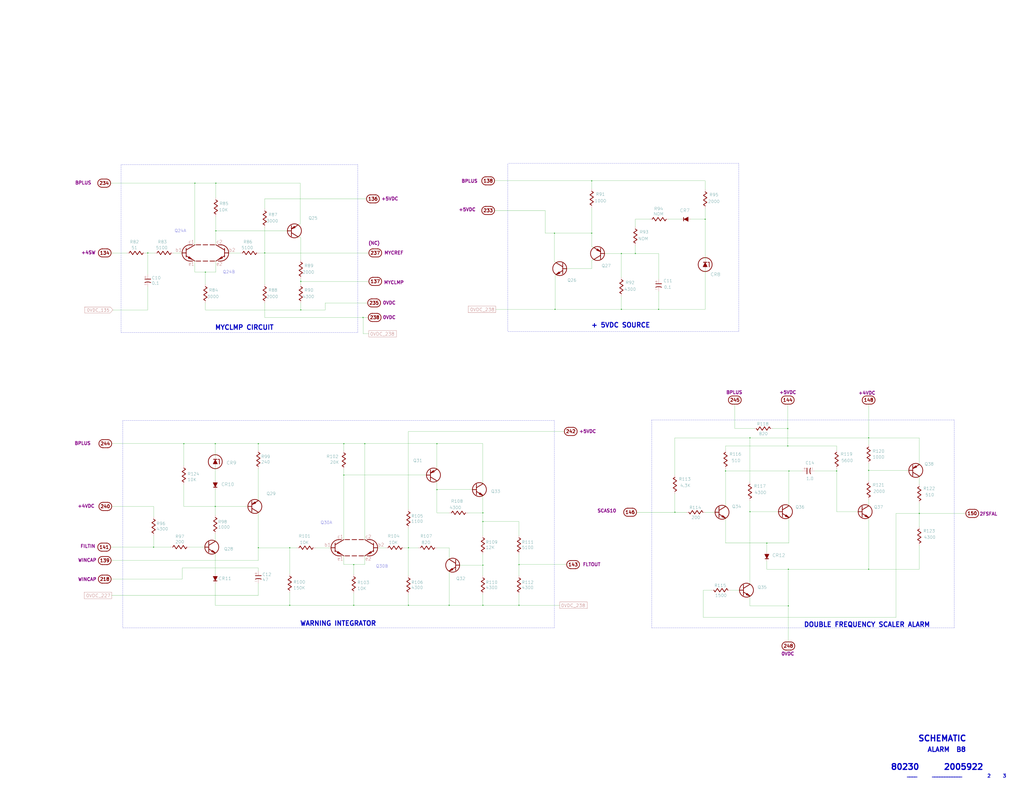
<source format=kicad_sch>
(kicad_sch (version 20211123) (generator eeschema)
  (paper "E")
  (junction (at 861.06 514.35))
  (junction (at 818.515 558.8))
  (junction (at 527.05 560.07))
  (junction (at 948.055 621.665))
  (junction (at 859.79 467.995))
  (junction (at 527.05 661.035))
  (junction (at 791.845 514.35))
  (junction (at 645.795 197.485))
  (junction (at 736.6 559.435))
  (junction (at 167.64 597.535))
  (junction (at 398.145 484.505))
  (junction (at 860.425 621.665))
  (junction (at 605.79 337.82))
  (junction (at 769.62 239.395))
  (junction (at 200.66 484.505))
  (junction (at 490.22 661.035))
  (junction (at 281.94 598.17))
  (junction (at 948.055 513.715))
  (junction (at 1003.3 560.705))
  (junction (at 288.925 276.225))
  (junction (at 212.725 200.025))
  (junction (at 527.05 617.22))
  (junction (at 527.05 569.595))
  (junction (at 161.29 276.225))
  (junction (at 836.93 593.09))
  (junction (at 445.77 598.17))
  (junction (at 860.425 661.67))
  (junction (at 328.295 338.455))
  (junction (at 718.82 337.82))
  (junction (at 566.42 616.585))
  (junction (at 316.23 598.17))
  (junction (at 913.13 514.35))
  (junction (at 445.77 661.035))
  (junction (at 234.95 553.085))
  (junction (at 316.23 661.035))
  (junction (at 693.42 276.86))
  (junction (at 605.155 254.635))
  (junction (at 948.055 478.155))
  (junction (at 235.585 252.095))
  (junction (at 234.95 484.505))
  (junction (at 386.08 661.035))
  (junction (at 224.155 297.18))
  (junction (at 396.24 346.71))
  (junction (at 386.08 616.585))
  (junction (at 375.285 518.795))
  (junction (at 678.18 337.82))
  (junction (at 645.795 254.635))
  (junction (at 678.18 276.86))
  (junction (at 476.885 484.505))
  (junction (at 281.94 484.505))
  (junction (at 818.515 478.155))
  (junction (at 859.79 487.045))
  (junction (at 328.295 307.34))
  (junction (at 375.285 484.505))
  (junction (at 476.885 534.67))
  (junction (at 566.42 661.035))
  (junction (at 235.585 200.025))
  (wire (pts (xy 386.08 661.035) (xy 386.08 647.7)))
  (wire (pts (xy 753.745 239.395) (xy 769.62 239.395)))
  (wire (pts (xy 235.585 297.18) (xy 235.585 285.115)))
  (wire (pts (xy 281.94 484.505) (xy 281.94 491.49)))
  (wire (pts (xy 566.42 616.585) (xy 566.42 628.65)))
  (wire (pts (xy 749.3 559.435) (xy 736.6 559.435)))
  (wire (pts (xy 948.055 552.45) (xy 948.055 545.465)))
  (wire (pts (xy 678.18 337.82) (xy 605.79 337.82)))
  (wire (pts (xy 539.75 197.485) (xy 645.795 197.485)))
  (wire (pts (xy 607.06 287.02) (xy 605.155 285.75)))
  (wire (pts (xy 316.23 626.745) (xy 316.23 598.17)))
  (wire (pts (xy 645.795 269.24) (xy 645.795 254.635)))
  (wire (pts (xy 791.845 593.09) (xy 836.93 593.09)))
  (wire (pts (xy 693.42 267.97) (xy 693.42 276.86)))
  (polyline (pts (xy 806.45 178.435) (xy 554.355 178.435)))
  (wire (pts (xy 281.94 598.17) (xy 281.94 559.435)))
  (wire (pts (xy 234.95 534.67) (xy 234.95 553.085)))
  (wire (pts (xy 281.94 623.57) (xy 281.94 620.395)))
  (wire (pts (xy 718.82 337.82) (xy 678.18 337.82)))
  (wire (pts (xy 861.06 552.45) (xy 861.06 514.35)))
  (wire (pts (xy 398.145 484.505) (xy 398.145 589.28)))
  (wire (pts (xy 445.77 661.035) (xy 386.08 661.035)))
  (wire (pts (xy 605.155 254.635) (xy 645.795 254.635)))
  (wire (pts (xy 386.08 661.035) (xy 316.23 661.035)))
  (wire (pts (xy 361.315 598.17) (xy 344.17 598.17)))
  (wire (pts (xy 769.62 207.01) (xy 769.62 197.485)))
  (wire (pts (xy 235.585 252.095) (xy 313.69 252.095)))
  (wire (pts (xy 605.79 337.82) (xy 605.79 300.99)))
  (wire (pts (xy 167.64 564.515) (xy 167.64 553.085)))
  (wire (pts (xy 818.515 661.67) (xy 860.425 661.67)))
  (wire (pts (xy 281.94 484.505) (xy 375.285 484.505)))
  (wire (pts (xy 375.285 518.795) (xy 375.285 512.445)))
  (wire (pts (xy 186.055 597.535) (xy 167.64 597.535)))
  (wire (pts (xy 791.845 553.085) (xy 791.845 514.35)))
  (wire (pts (xy 527.05 617.22) (xy 527.05 628.65)))
  (wire (pts (xy 527.05 605.155) (xy 527.05 617.22)))
  (wire (pts (xy 510.54 560.07) (xy 527.05 560.07)))
  (wire (pts (xy 234.95 553.085) (xy 270.51 553.085)))
  (wire (pts (xy 224.155 338.455) (xy 328.295 338.455)))
  (wire (pts (xy 328.295 304.165) (xy 328.295 307.34)))
  (wire (pts (xy 991.87 513.715) (xy 948.055 513.715)))
  (wire (pts (xy 445.77 471.17) (xy 615.95 471.17)))
  (wire (pts (xy 645.795 293.37) (xy 645.795 284.48)))
  (wire (pts (xy 325.12 258.445) (xy 328.295 259.715)))
  (wire (pts (xy 678.18 276.86) (xy 659.765 276.86)))
  (wire (pts (xy 386.08 616.585) (xy 398.145 616.585)))
  (wire (pts (xy 223.52 597.535) (xy 206.375 597.535)))
  (wire (pts (xy 354.965 338.455) (xy 354.965 330.835)))
  (wire (pts (xy 566.42 584.835) (xy 566.42 569.595)))
  (polyline (pts (xy 390.525 363.22) (xy 390.525 179.705)))
  (wire (pts (xy 818.515 546.735) (xy 818.515 558.8)))
  (wire (pts (xy 527.05 541.02) (xy 527.05 560.07)))
  (wire (pts (xy 648.335 270.51) (xy 645.795 269.24)))
  (wire (pts (xy 948.055 513.715) (xy 948.055 506.095)))
  (wire (pts (xy 769.62 197.485) (xy 645.795 197.485)))
  (wire (pts (xy 445.77 598.17) (xy 441.325 598.17)))
  (wire (pts (xy 375.285 484.505) (xy 398.145 484.505)))
  (wire (pts (xy 1003.3 549.275) (xy 1003.3 560.705)))
  (wire (pts (xy 527.05 661.035) (xy 566.42 661.035)))
  (wire (pts (xy 281.94 598.17) (xy 281.94 612.14)))
  (wire (pts (xy 645.795 197.485) (xy 645.795 206.375)))
  (wire (pts (xy 718.82 318.135) (xy 718.82 337.82)))
  (wire (pts (xy 566.42 569.595) (xy 527.05 569.595)))
  (polyline (pts (xy 605.155 685.8) (xy 605.155 459.105)))
  (wire (pts (xy 948.055 525.145) (xy 948.055 513.715)))
  (wire (pts (xy 445.77 556.26) (xy 445.77 471.17)))
  (wire (pts (xy 212.725 200.025) (xy 235.585 200.025)))
  (wire (pts (xy 396.24 364.49) (xy 402.59 364.49)))
  (wire (pts (xy 375.285 518.795) (xy 375.285 589.28)))
  (polyline (pts (xy 806.45 361.95) (xy 806.45 178.435)))
  (wire (pts (xy 476.885 484.505) (xy 476.885 512.445)))
  (polyline (pts (xy 554.355 179.07) (xy 554.355 361.95)))
  (polyline (pts (xy 132.08 179.705) (xy 132.08 363.22)))
  (wire (pts (xy 212.725 285.115) (xy 212.725 297.18)))
  (wire (pts (xy 288.925 276.225) (xy 288.925 310.515)))
  (wire (pts (xy 328.295 307.34) (xy 328.295 310.515)))
  (wire (pts (xy 198.755 620.395) (xy 198.755 632.46)))
  (wire (pts (xy 327.66 200.025) (xy 327.66 244.475)))
  (wire (pts (xy 618.49 293.37) (xy 645.795 293.37)))
  (wire (pts (xy 594.995 254.635) (xy 605.155 254.635)))
  (polyline (pts (xy 1041.4 685.8) (xy 1041.4 458.47)))
  (wire (pts (xy 605.155 285.75) (xy 605.155 254.635)))
  (wire (pts (xy 476.885 560.07) (xy 490.22 560.07)))
  (wire (pts (xy 566.42 616.585) (xy 618.49 616.585)))
  (wire (pts (xy 743.585 239.395) (xy 729.615 239.395)))
  (wire (pts (xy 861.06 514.35) (xy 875.665 514.35)))
  (wire (pts (xy 769.62 239.395) (xy 769.62 227.33)))
  (wire (pts (xy 490.22 610.87) (xy 490.22 598.17)))
  (wire (pts (xy 198.755 276.225) (xy 189.23 276.225)))
  (wire (pts (xy 281.94 636.905) (xy 281.94 650.24)))
  (wire (pts (xy 396.24 346.71) (xy 396.24 364.49)))
  (wire (pts (xy 281.94 546.735) (xy 281.94 511.81)))
  (wire (pts (xy 818.515 478.155) (xy 736.6 478.155)))
  (wire (pts (xy 769.62 283.845) (xy 769.62 239.395)))
  (wire (pts (xy 767.715 644.525) (xy 767.715 674.37)))
  (wire (pts (xy 282.575 276.225) (xy 288.925 276.225)))
  (wire (pts (xy 328.295 283.845) (xy 328.295 259.715)))
  (wire (pts (xy 490.22 661.035) (xy 527.05 661.035)))
  (polyline (pts (xy 554.355 361.95) (xy 806.45 361.95)))
  (wire (pts (xy 288.925 217.17) (xy 400.05 217.17)))
  (wire (pts (xy 836.93 602.615) (xy 836.93 593.09)))
  (wire (pts (xy 375.285 607.06) (xy 375.285 616.585)))
  (wire (pts (xy 913.13 487.045) (xy 913.13 491.49)))
  (wire (pts (xy 736.6 478.155) (xy 736.6 518.795)))
  (wire (pts (xy 234.95 509.27) (xy 234.95 524.51)))
  (wire (pts (xy 843.28 467.995) (xy 859.79 467.995)))
  (wire (pts (xy 234.95 636.905) (xy 234.95 661.035)))
  (polyline (pts (xy 133.985 685.8) (xy 605.155 685.8)))
  (wire (pts (xy 1003.3 621.665) (xy 948.055 621.665)))
  (wire (pts (xy 1003.3 507.365) (xy 1003.3 478.155)))
  (polyline (pts (xy 390.525 179.705) (xy 132.08 179.705)))
  (wire (pts (xy 645.795 284.48) (xy 648.335 283.21)))
  (wire (pts (xy 398.145 484.505) (xy 476.885 484.505)))
  (polyline (pts (xy 132.08 363.22) (xy 390.525 363.22)))
  (wire (pts (xy 527.05 648.97) (xy 527.05 661.035)))
  (wire (pts (xy 445.77 661.035) (xy 445.77 648.97)))
  (wire (pts (xy 860.425 661.67) (xy 860.425 701.04)))
  (wire (pts (xy 490.22 661.035) (xy 445.77 661.035)))
  (wire (pts (xy 860.425 621.665) (xy 836.93 621.665)))
  (wire (pts (xy 1003.3 560.705) (xy 1054.1 560.705)))
  (wire (pts (xy 234.95 603.885) (xy 234.95 626.745)))
  (wire (pts (xy 224.155 297.18) (xy 235.585 297.18)))
  (wire (pts (xy 1003.3 575.31) (xy 1003.3 560.705)))
  (wire (pts (xy 224.155 330.835) (xy 224.155 338.455)))
  (wire (pts (xy 445.77 598.17) (xy 456.565 598.17)))
  (wire (pts (xy 836.93 593.09) (xy 861.06 593.09)))
  (wire (pts (xy 316.23 661.035) (xy 316.23 647.065)))
  (wire (pts (xy 594.995 229.87) (xy 594.995 254.635)))
  (wire (pts (xy 515.62 534.67) (xy 476.885 534.67)))
  (wire (pts (xy 610.87 661.035) (xy 566.42 661.035)))
  (wire (pts (xy 121.285 612.14) (xy 281.94 612.14)))
  (wire (pts (xy 889 514.35) (xy 913.13 514.35)))
  (wire (pts (xy 780.415 559.435) (xy 769.62 559.435)))
  (wire (pts (xy 161.29 299.72) (xy 161.29 276.225)))
  (wire (pts (xy 818.515 650.875) (xy 818.515 661.67)))
  (wire (pts (xy 718.82 304.8) (xy 718.82 276.86)))
  (wire (pts (xy 1003.3 528.955) (xy 1003.3 520.065)))
  (wire (pts (xy 605.79 300.99) (xy 607.06 299.72)))
  (wire (pts (xy 948.055 485.775) (xy 948.055 478.155)))
  (wire (pts (xy 818.515 526.415) (xy 818.515 478.155)))
  (wire (pts (xy 836.93 621.665) (xy 836.93 612.775)))
  (wire (pts (xy 736.6 539.115) (xy 736.6 559.435)))
  (wire (pts (xy 802.005 441.325) (xy 802.005 467.995)))
  (wire (pts (xy 200.66 508.635) (xy 200.66 484.505)))
  (wire (pts (xy 288.925 227.965) (xy 288.925 217.17)))
  (wire (pts (xy 445.77 598.17) (xy 445.77 628.65)))
  (wire (pts (xy 328.295 307.34) (xy 402.59 307.34)))
  (polyline (pts (xy 133.985 459.105) (xy 133.985 685.8)))
  (wire (pts (xy 822.96 467.995) (xy 802.005 467.995)))
  (wire (pts (xy 235.585 252.095) (xy 235.585 267.335)))
  (wire (pts (xy 161.29 313.055) (xy 161.29 338.455)))
  (wire (pts (xy 791.845 491.49) (xy 791.845 487.045)))
  (wire (pts (xy 325.12 245.745) (xy 327.66 244.475)))
  (wire (pts (xy 212.725 297.18) (xy 224.155 297.18)))
  (wire (pts (xy 316.23 598.17) (xy 281.94 598.17)))
  (wire (pts (xy 566.42 605.155) (xy 566.42 616.585)))
  (wire (pts (xy 818.515 558.8) (xy 818.515 638.175)))
  (wire (pts (xy 527.05 560.07) (xy 527.05 569.595)))
  (wire (pts (xy 539.75 229.87) (xy 594.995 229.87)))
  (wire (pts (xy 288.925 248.285) (xy 288.925 276.225)))
  (wire (pts (xy 200.66 553.085) (xy 200.66 528.955)))
  (wire (pts (xy 224.155 310.515) (xy 224.155 297.18)))
  (wire (pts (xy 818.515 558.8) (xy 849.63 558.8)))
  (wire (pts (xy 120.65 200.025) (xy 212.725 200.025)))
  (wire (pts (xy 678.18 302.895) (xy 678.18 276.86)))
  (wire (pts (xy 709.295 239.395) (xy 693.42 239.395)))
  (wire (pts (xy 769.62 337.82) (xy 718.82 337.82)))
  (wire (pts (xy 490.22 598.17) (xy 476.885 598.17)))
  (wire (pts (xy 235.585 215.9) (xy 235.585 200.025)))
  (wire (pts (xy 693.42 276.86) (xy 678.18 276.86)))
  (wire (pts (xy 859.79 441.325) (xy 859.79 467.995)))
  (wire (pts (xy 476.885 534.67) (xy 476.885 560.07)))
  (wire (pts (xy 913.13 558.8) (xy 936.625 558.8)))
  (wire (pts (xy 977.9 560.705) (xy 1003.3 560.705)))
  (wire (pts (xy 200.66 484.505) (xy 234.95 484.505)))
  (wire (pts (xy 212.725 267.335) (xy 212.725 200.025)))
  (polyline (pts (xy 605.155 459.105) (xy 133.985 459.105)))
  (wire (pts (xy 694.69 559.435) (xy 736.6 559.435)))
  (wire (pts (xy 1003.3 478.155) (xy 948.055 478.155)))
  (wire (pts (xy 121.92 650.24) (xy 281.94 650.24)))
  (wire (pts (xy 527.05 484.505) (xy 527.05 528.32)))
  (wire (pts (xy 913.13 514.35) (xy 913.13 558.8)))
  (wire (pts (xy 328.295 338.455) (xy 354.965 338.455)))
  (wire (pts (xy 161.29 338.455) (xy 123.19 338.455)))
  (wire (pts (xy 235.585 200.025) (xy 327.66 200.025)))
  (wire (pts (xy 121.92 484.505) (xy 200.66 484.505)))
  (wire (pts (xy 693.42 239.395) (xy 693.42 247.65)))
  (wire (pts (xy 328.295 338.455) (xy 328.295 330.835)))
  (wire (pts (xy 566.42 661.035) (xy 566.42 648.97)))
  (wire (pts (xy 776.605 644.525) (xy 767.715 644.525)))
  (polyline (pts (xy 1041.4 458.47) (xy 711.2 458.47)))
  (wire (pts (xy 161.29 276.225) (xy 158.75 276.225)))
  (wire (pts (xy 645.795 254.635) (xy 645.795 226.695)))
  (wire (pts (xy 168.91 276.225) (xy 161.29 276.225)))
  (wire (pts (xy 769.62 294.005) (xy 769.62 337.82)))
  (wire (pts (xy 807.085 644.525) (xy 796.925 644.525)))
  (wire (pts (xy 323.85 598.17) (xy 316.23 598.17)))
  (wire (pts (xy 398.145 616.585) (xy 398.145 607.06)))
  (wire (pts (xy 354.965 330.835) (xy 401.32 330.835)))
  (wire (pts (xy 913.13 511.81) (xy 913.13 514.35)))
  (polyline (pts (xy 711.2 685.8) (xy 1041.4 685.8)))
  (wire (pts (xy 234.95 591.185) (xy 234.95 582.93)))
  (wire (pts (xy 235.585 252.095) (xy 235.585 236.22)))
  (wire (pts (xy 818.515 478.155) (xy 948.055 478.155)))
  (wire (pts (xy 860.425 621.665) (xy 948.055 621.665)))
  (wire (pts (xy 859.79 487.045) (xy 859.79 467.995)))
  (polyline (pts (xy 711.2 458.47) (xy 711.2 685.8)))
  (wire (pts (xy 234.95 562.61) (xy 234.95 553.085)))
  (wire (pts (xy 262.255 276.225) (xy 249.555 276.225)))
  (wire (pts (xy 281.94 620.395) (xy 198.755 620.395)))
  (wire (pts (xy 445.77 576.58) (xy 445.77 598.17)))
  (wire (pts (xy 791.845 514.35) (xy 791.845 511.81)))
  (wire (pts (xy 375.285 616.585) (xy 386.08 616.585)))
  (wire (pts (xy 167.64 597.535) (xy 167.64 584.835)))
  (wire (pts (xy 421.005 598.17) (xy 412.115 598.17)))
  (wire (pts (xy 501.65 617.22) (xy 527.05 617.22)))
  (wire (pts (xy 465.455 518.795) (xy 375.285 518.795)))
  (wire (pts (xy 767.715 674.37) (xy 977.9 674.37)))
  (wire (pts (xy 718.82 276.86) (xy 693.42 276.86)))
  (wire (pts (xy 288.925 330.835) (xy 288.925 346.71)))
  (wire (pts (xy 234.95 661.035) (xy 316.23 661.035)))
  (wire (pts (xy 861.06 593.09) (xy 861.06 565.15)))
  (wire (pts (xy 791.845 565.785) (xy 791.845 593.09)))
  (wire (pts (xy 678.18 323.215) (xy 678.18 337.82)))
  (wire (pts (xy 977.9 674.37) (xy 977.9 560.705)))
  (wire (pts (xy 375.285 484.505) (xy 375.285 492.125)))
  (wire (pts (xy 121.285 632.46) (xy 198.755 632.46)))
  (wire (pts (xy 396.24 346.71) (xy 401.955 346.71)))
  (wire (pts (xy 791.845 487.045) (xy 859.79 487.045)))
  (wire (pts (xy 234.95 484.505) (xy 281.94 484.505)))
  (wire (pts (xy 476.885 534.67) (xy 476.885 525.145)))
  (wire (pts (xy 605.79 337.82) (xy 541.02 337.82)))
  (wire (pts (xy 120.65 597.535) (xy 167.64 597.535)))
  (wire (pts (xy 1003.3 595.63) (xy 1003.3 621.665)))
  (wire (pts (xy 527.05 569.595) (xy 527.05 584.835)))
  (wire (pts (xy 121.92 553.085) (xy 167.64 553.085)))
  (wire (pts (xy 138.43 276.225) (xy 121.285 276.225)))
  (wire (pts (xy 861.06 514.35) (xy 791.845 514.35)))
  (wire (pts (xy 476.885 484.505) (xy 527.05 484.505)))
  (wire (pts (xy 234.95 484.505) (xy 234.95 499.11)))
  (wire (pts (xy 490.22 623.57) (xy 490.22 661.035)))
  (wire (pts (xy 860.425 661.67) (xy 860.425 621.665)))
  (wire (pts (xy 948.055 441.325) (xy 948.055 478.155)))
  (wire (pts (xy 948.055 621.665) (xy 948.055 565.15)))
  (wire (pts (xy 234.95 553.085) (xy 200.66 553.085)))
  (wire (pts (xy 859.79 487.045) (xy 913.13 487.045)))
  (wire (pts (xy 288.925 346.71) (xy 396.24 346.71)))
  (wire (pts (xy 386.08 627.38) (xy 386.08 616.585)))
  (wire (pts (xy 288.925 276.225) (xy 402.59 276.225)))
  (text "SCHEMATIC" (at 1001.6998 810.2346 0) (effects (font (size 6.35 6.35) (thickness 1.27) bold) (justify left bottom)))
  (text "+ 5VDC SOURCE" (at 709.93 358.14 180) (effects (font (size 5.08 5.08) (thickness 1.016) bold) (justify right bottom)))
  (text "80230" (at 971.8548 841.3496 0) (effects (font (size 6.35 6.35) (thickness 1.27) bold) (justify left bottom)))
  (text "Q30B" (at 423.545 620.395 180) (effects (font (size 3.302 3.302)) (justify right bottom)))
  (text "2005922" (at 1029.6398 841.3496 0) (effects (font (size 6.35 6.35) (thickness 1.27) bold) (justify left bottom)))
  (text "Q30A" (at 362.585 572.77 180) (effects (font (size 3.302 3.302)) (justify right bottom)))
  (text "MYCLMP CIRCUIT" (at 299.085 360.68 180) (effects (font (size 5.08 5.08) (thickness 1.016) bold) (justify right bottom)))
  (text "Q24B" (at 243.205 299.085 0) (effects (font (size 3.302 3.302)) (justify left bottom)))
  (text "____________" (at 1016.9398 848.9696 0) (effects (font (size 3.556 3.556) (thickness 0.7112) bold) (justify left bottom)))
  (text "DOUBLE FREQUENCY SCALER ALARM" (at 1015.365 685.165 180) (effects (font (size 5.08 5.08) (thickness 1.016) bold) (justify right bottom)))
  (text "ALARM  B8" (at 1011.8598 821.6646 0) (effects (font (size 5.08 5.08) (thickness 1.016) bold) (justify left bottom)))
  (text "____" (at 989.6348 848.9696 0) (effects (font (size 3.556 3.556) (thickness 0.7112) bold) (justify left bottom)))
  (text "WARNING INTEGRATOR" (at 410.845 683.895 180) (effects (font (size 5.08 5.08) (thickness 1.016) bold) (justify right bottom)))
  (text "Q24A" (at 190.5 254 0) (effects (font (size 3.302 3.302)) (justify left bottom)))
  (text "2     3" (at 1077.2648 849.6046 0) (effects (font (size 3.556 3.556) (thickness 0.7112) bold) (justify left bottom)))
  (global_label "0VDC_227" (shape passive) (at 121.92 650.24 180) (effects (font (size 3.556 3.556))) (property "Intersheet References" "${INTERSHEET_REFS}" (effects hide)))
  (global_label "0VDC_238" (shape passive) (at 402.59 364.49 0) (effects (font (size 3.556 3.556))) (property "Intersheet References" "${INTERSHEET_REFS}" (effects hide)))
  (global_label "0VDC_238" (shape passive) (at 610.87 661.035 0) (effects (font (size 3.556 3.556))) (property "Intersheet References" "${INTERSHEET_REFS}" (effects hide)))
  (global_label "0VDC_135" (shape input) (at 123.19 338.455 180) (effects (font (size 3.302 3.302))) (property "Intersheet References" "${INTERSHEET_REFS}" (effects hide)))
  (global_label "0VDC_238" (shape passive) (at 541.02 337.82 180) (effects (font (size 3.556 3.556))) (property "Intersheet References" "${INTERSHEET_REFS}" (effects hide)))
  (symbol (lib_id "AGC_DSKY:ConnectorB8-200") (at 114.935 553.085 0) (unit 40)
    (property "Reference" "J2" (effects hide))
    (property "Value" "ConnectorB8-200" (effects hide))
    (property "Caption" "+4VDC" (at 93.98 554.99 0) (effects (font (size 3.556 3.556) bold) (justify bottom)))
  )
  (symbol (lib_id "AGC_DSKY:Transistor-NPN-dual4") (at 224.155 276.225 0) (mirror y) (unit 1)
    (property "Reference" "Q24" (effects hide))
    (property "Value" "Transistor-NPN-dual4" (effects hide))
  )
  (symbol (lib_id "AGC_DSKY:Transistor-PNP") (at 321.31 252.095 0) (unit 1)
    (property "Reference" "Q25" (at 341.63 238.125 0) (effects (font (size 3.302 3.302))))
    (property "Value" "Transistor-PNP" (effects hide))
  )
  (symbol (lib_id "AGC_DSKY:Capacitor-Polarized") (at 161.29 306.705 0) (unit 1)
    (property "Reference" "C10" (at 165.481 303.4792 0) (effects (font (size 3.302 3.302)) (justify left)))
    (property "Value" "0.1" (at 165.481 309.245 0) (effects (font (size 3.302 3.302)) (justify left)))
  )
  (symbol (lib_id "AGC_DSKY:Resistor") (at 148.59 276.225 0) (mirror x) (unit 1)
    (property "Reference" "R82" (at 146.685 264.16 0) (effects (font (size 3.302 3.302))))
    (property "Value" "51" (at 146.685 270.51 0) (effects (font (size 3.302 3.302))))
  )
  (symbol (lib_id "AGC_DSKY:Resistor") (at 179.07 276.225 0) (mirror x) (unit 1)
    (property "Reference" "R83" (at 177.165 264.16 0) (effects (font (size 3.302 3.302))))
    (property "Value" "5100" (at 176.53 270.51 0) (effects (font (size 3.302 3.302))))
  )
  (symbol (lib_id "AGC_DSKY:Resistor") (at 272.415 276.225 0) (mirror x) (unit 1)
    (property "Reference" "R86" (at 270.51 264.16 0) (effects (font (size 3.302 3.302))))
    (property "Value" "5100" (at 269.875 270.51 0) (effects (font (size 3.302 3.302))))
  )
  (symbol (lib_id "AGC_DSKY:Resistor") (at 235.585 226.06 90) (mirror x) (unit 1)
    (property "Reference" "R85" (at 244.475 222.25 90) (effects (font (size 3.302 3.302))))
    (property "Value" "10K" (at 243.84 229.235 90) (effects (font (size 3.302 3.302))))
  )
  (symbol (lib_id "AGC_DSKY:Resistor") (at 288.925 238.125 90) (mirror x) (unit 1)
    (property "Reference" "R87" (at 297.815 234.315 90) (effects (font (size 3.302 3.302))))
    (property "Value" "3000" (at 297.18 241.3 90) (effects (font (size 3.302 3.302))))
  )
  (symbol (lib_id "AGC_DSKY:Resistor") (at 224.155 320.675 90) (mirror x) (unit 1)
    (property "Reference" "R84" (at 233.045 316.865 90) (effects (font (size 3.302 3.302))))
    (property "Value" "3000" (at 232.41 323.85 90) (effects (font (size 3.302 3.302))))
  )
  (symbol (lib_id "AGC_DSKY:Resistor") (at 288.925 320.675 90) (mirror x) (unit 1)
    (property "Reference" "R88" (at 297.815 316.865 90) (effects (font (size 3.302 3.302))))
    (property "Value" "2000" (at 297.18 323.85 90) (effects (font (size 3.302 3.302))))
  )
  (symbol (lib_id "AGC_DSKY:Resistor") (at 328.295 294.005 90) (mirror x) (unit 1)
    (property "Reference" "R89" (at 337.185 290.195 90) (effects (font (size 3.302 3.302))))
    (property "Value" "2000" (at 336.55 297.18 90) (effects (font (size 3.302 3.302))))
  )
  (symbol (lib_id "AGC_DSKY:Resistor") (at 328.295 320.675 90) (mirror x) (unit 1)
    (property "Reference" "R90" (at 337.185 316.865 90) (effects (font (size 3.302 3.302))))
    (property "Value" "4300" (at 336.55 323.85 90) (effects (font (size 3.302 3.302))))
  )
  (symbol (lib_id "AGC_DSKY:Transistor-NPN") (at 610.87 293.37 0) (mirror y) (unit 1)
    (property "Reference" "Q26" (at 624.205 306.07 0) (effects (font (size 3.302 3.302))))
    (property "Value" "Transistor-NPN" (effects hide))
  )
  (symbol (lib_id "AGC_DSKY:Transistor-PNP") (at 652.145 276.86 0) (mirror y) (unit 1)
    (property "Reference" "Q27" (at 661.67 290.195 0) (effects (font (size 3.302 3.302))))
    (property "Value" "Transistor-PNP" (effects hide))
  )
  (symbol (lib_id "AGC_DSKY:Diode-Zener") (at 769.62 288.925 270) (unit 1)
    (property "Reference" "CR8" (at 775.335 299.72 90) (effects (font (size 3.556 3.556)) (justify left)))
    (property "Value" "Diode-Zener" (effects hide))
  )
  (symbol (lib_id "AGC_DSKY:Diode") (at 748.665 239.395 0) (unit 1)
    (property "Reference" "CR7" (at 747.395 229.87 0) (effects (font (size 3.556 3.556))))
    (property "Value" "Diode" (effects hide))
  )
  (symbol (lib_id "AGC_DSKY:Capacitor-Polarized") (at 718.82 311.785 0) (unit 1)
    (property "Reference" "C11" (at 723.9 306.705 0) (effects (font (size 3.302 3.302)) (justify left)))
    (property "Value" "0.1" (at 724.535 313.69 0) (effects (font (size 3.302 3.302)) (justify left)))
  )
  (symbol (lib_id "AGC_DSKY:Resistor") (at 645.795 216.535 90) (mirror x) (unit 1)
    (property "Reference" "R91" (at 650.24 212.09 90) (effects (font (size 3.302 3.302)) (justify right)))
    (property "Value" "1000" (at 648.716 219.4052 90) (effects (font (size 3.302 3.302)) (justify right)))
  )
  (symbol (lib_id "AGC_DSKY:Resistor") (at 693.42 257.81 90) (mirror x) (unit 1)
    (property "Reference" "R93" (at 697.865 253.365 90) (effects (font (size 3.302 3.302)) (justify right)))
    (property "Value" "NOM" (at 696.341 260.6802 90) (effects (font (size 3.302 3.302)) (justify right)))
  )
  (symbol (lib_id "AGC_DSKY:Resistor") (at 678.18 313.055 90) (mirror x) (unit 1)
    (property "Reference" "R92" (at 682.625 308.61 90) (effects (font (size 3.302 3.302)) (justify right)))
    (property "Value" "4300" (at 681.101 315.9252 90) (effects (font (size 3.302 3.302)) (justify right)))
  )
  (symbol (lib_id "AGC_DSKY:Resistor") (at 769.62 217.17 90) (mirror x) (unit 1)
    (property "Reference" "R95" (at 774.065 212.725 90) (effects (font (size 3.302 3.302)) (justify right)))
    (property "Value" "2000" (at 772.541 220.0402 90) (effects (font (size 3.302 3.302)) (justify right)))
  )
  (symbol (lib_id "AGC_DSKY:Resistor") (at 719.455 239.395 0) (mirror y) (unit 1)
    (property "Reference" "R94" (at 713.74 227.965 0) (effects (font (size 3.302 3.302)) (justify right)))
    (property "Value" "NOM" (at 713.105 233.68 0) (effects (font (size 3.302 3.302)) (justify right)))
  )
  (symbol (lib_id "AGC_DSKY:Transistor-NPN") (at 788.035 559.435 0) (unit 1)
    (property "Reference" "Q34" (at 803.91 553.085 0) (effects (font (size 3.302 3.302))))
    (property "Value" "Transistor-NPN" (effects hide))
  )
  (symbol (lib_id "AGC_DSKY:Transistor-NPN") (at 857.25 558.8 0) (unit 1)
    (property "Reference" "Q36" (at 873.125 553.72 0) (effects (font (size 3.302 3.302))))
    (property "Value" "Transistor-NPN" (effects hide))
  )
  (symbol (lib_id "AGC_DSKY:Transistor-NPN") (at 814.705 644.525 0) (unit 1)
    (property "Reference" "Q35" (at 831.85 641.35 0) (effects (font (size 3.302 3.302))))
    (property "Value" "Transistor-NPN" (effects hide))
  )
  (symbol (lib_id "AGC_DSKY:Transistor-NPN") (at 944.245 558.8 0) (unit 1)
    (property "Reference" "Q37" (at 958.85 553.72 0) (effects (font (size 3.302 3.302))))
    (property "Value" "Transistor-NPN" (effects hide))
  )
  (symbol (lib_id "AGC_DSKY:Transistor-PNP") (at 999.49 513.715 0) (unit 1)
    (property "Reference" "Q38" (at 1014.095 506.73 0) (effects (font (size 3.302 3.302))))
    (property "Value" "Transistor-PNP" (effects hide))
  )
  (symbol (lib_id "AGC_DSKY:Diode") (at 836.93 607.695 90) (unit 1)
    (property "Reference" "CR12" (at 842.645 606.425 90) (effects (font (size 3.556 3.556)) (justify right)))
    (property "Value" "Diode" (effects hide))
  )
  (symbol (lib_id "AGC_DSKY:Capacitor-Polarized") (at 882.65 514.35 90) (mirror x) (unit 1)
    (property "Reference" "C14" (at 883.92 505.46 90) (effects (font (size 3.302 3.302))))
    (property "Value" "1.0" (at 883.92 522.605 90) (effects (font (size 3.302 3.302))))
  )
  (symbol (lib_id "AGC_DSKY:Resistor") (at 833.12 467.995 0) (unit 1)
    (property "Reference" "R118" (at 832.485 462.915 0) (effects (font (size 3.302 3.302))))
    (property "Value" "820" (at 833.12 473.71 0) (effects (font (size 3.302 3.302))))
  )
  (symbol (lib_id "AGC_DSKY:Resistor") (at 759.46 559.435 0) (unit 1)
    (property "Reference" "R114" (at 758.825 554.355 0) (effects (font (size 3.302 3.302))))
    (property "Value" "200" (at 759.46 565.15 0) (effects (font (size 3.302 3.302))))
  )
  (symbol (lib_id "AGC_DSKY:Resistor") (at 786.765 644.525 0) (unit 1)
    (property "Reference" "R115" (at 786.13 639.445 0) (effects (font (size 3.302 3.302))))
    (property "Value" "1500" (at 786.765 650.24 0) (effects (font (size 3.302 3.302))))
  )
  (symbol (lib_id "AGC_DSKY:Resistor") (at 736.6 528.955 270) (unit 1)
    (property "Reference" "R113" (at 747.395 523.24 90) (effects (font (size 3.302 3.302))))
    (property "Value" "4.3K" (at 748.03 530.225 90) (effects (font (size 3.302 3.302))))
  )
  (symbol (lib_id "AGC_DSKY:Resistor") (at 791.845 501.65 270) (unit 1)
    (property "Reference" "R116" (at 802.64 495.935 90) (effects (font (size 3.302 3.302))))
    (property "Value" "510" (at 803.275 502.92 90) (effects (font (size 3.302 3.302))))
  )
  (symbol (lib_id "AGC_DSKY:Resistor") (at 818.515 536.575 270) (unit 1)
    (property "Reference" "R117" (at 829.31 530.86 90) (effects (font (size 3.302 3.302))))
    (property "Value" "4300" (at 829.945 537.845 90) (effects (font (size 3.302 3.302))))
  )
  (symbol (lib_id "AGC_DSKY:Resistor") (at 913.13 501.65 270) (unit 1)
    (property "Reference" "R119" (at 923.925 495.935 90) (effects (font (size 3.302 3.302))))
    (property "Value" "5600" (at 924.56 502.92 90) (effects (font (size 3.302 3.302))))
  )
  (symbol (lib_id "AGC_DSKY:Resistor") (at 948.055 495.935 270) (unit 1)
    (property "Reference" "R120" (at 958.85 492.76 90) (effects (font (size 3.302 3.302))))
    (property "Value" "1000" (at 958.85 499.11 90) (effects (font (size 3.302 3.302))))
  )
  (symbol (lib_id "AGC_DSKY:Resistor") (at 1003.3 585.47 270) (unit 1)
    (property "Reference" "R123" (at 1014.095 579.755 90) (effects (font (size 3.302 3.302))))
    (property "Value" "4300" (at 1014.73 586.74 90) (effects (font (size 3.302 3.302))))
  )
  (symbol (lib_id "AGC_DSKY:Resistor") (at 1003.3 539.115 270) (unit 1)
    (property "Reference" "R122" (at 1014.095 533.4 90) (effects (font (size 3.302 3.302))))
    (property "Value" "510" (at 1014.73 540.385 90) (effects (font (size 3.302 3.302))))
  )
  (symbol (lib_id "AGC_DSKY:Resistor") (at 948.055 535.305 270) (unit 1)
    (property "Reference" "R121" (at 958.85 529.59 90) (effects (font (size 3.302 3.302))))
    (property "Value" "2000" (at 959.485 536.575 90) (effects (font (size 3.302 3.302))))
  )
  (symbol (lib_id "AGC_DSKY:Transistor-NPN") (at 231.14 597.535 0) (unit 1)
    (property "Reference" "Q28" (at 249.555 599.44 0) (effects (font (size 3.302 3.302))))
    (property "Value" "Transistor-NPN" (effects hide))
  )
  (symbol (lib_id "AGC_DSKY:Transistor-NPN") (at 523.24 534.67 0) (unit 1)
    (property "Reference" "Q33" (at 541.02 536.575 0) (effects (font (size 3.302 3.302))))
    (property "Value" "Transistor-NPN" (effects hide))
  )
  (symbol (lib_id "AGC_DSKY:Transistor-NPN") (at 494.03 617.22 0) (mirror y) (unit 1)
    (property "Reference" "Q32" (at 502.92 631.825 0) (effects (font (size 3.302 3.302))))
    (property "Value" "Transistor-NPN" (effects hide))
  )
  (symbol (lib_id "AGC_DSKY:Transistor-PNP") (at 473.075 518.795 0) (unit 1)
    (property "Reference" "Q31" (at 455.93 502.92 0) (effects (font (size 3.302 3.302))))
    (property "Value" "Transistor-PNP" (effects hide))
  )
  (symbol (lib_id "AGC_DSKY:Transistor-PNP") (at 278.13 553.085 0) (unit 1)
    (property "Reference" "Q29" (at 295.91 539.115 0) (effects (font (size 3.302 3.302))))
    (property "Value" "Transistor-PNP" (effects hide))
  )
  (symbol (lib_id "AGC_DSKY:Diode") (at 234.95 529.59 90) (unit 1)
    (property "Reference" "CR10" (at 241.3 528.955 90) (effects (font (size 3.556 3.556)) (justify right)))
    (property "Value" "Diode" (effects hide))
  )
  (symbol (lib_id "AGC_DSKY:Capacitor-Polarized") (at 281.94 630.555 0) (unit 1)
    (property "Reference" "C12" (at 286.131 627.3292 0) (effects (font (size 3.302 3.302)) (justify left)))
    (property "Value" "47" (at 286.131 633.095 0) (effects (font (size 3.302 3.302)) (justify left)))
  )
  (symbol (lib_id "AGC_DSKY:Transistor-NPN-dual4") (at 386.715 598.17 0) (mirror y) (unit 1)
    (property "Reference" "C30" (effects hide))
    (property "Value" "Transistor-NPN-dual4" (effects hide))
  )
  (symbol (lib_id "AGC_DSKY:Diode") (at 234.95 631.825 90) (unit 1)
    (property "Reference" "CR11" (at 238.2266 631.825 90) (effects (font (size 3.556 3.556)) (justify right)))
    (property "Value" "Diode" (effects hide))
  )
  (symbol (lib_id "AGC_DSKY:Resistor") (at 167.64 574.675 90) (mirror x) (unit 1)
    (property "Reference" "R96" (at 170.561 571.7794 90) (effects (font (size 3.302 3.302)) (justify right)))
    (property "Value" "4300" (at 170.561 577.5452 90) (effects (font (size 3.302 3.302)) (justify right)))
  )
  (symbol (lib_id "AGC_DSKY:Resistor") (at 200.66 518.795 90) (mirror x) (unit 1)
    (property "Reference" "R124" (at 204.47 517.525 90) (effects (font (size 3.302 3.302)) (justify right)))
    (property "Value" "10K" (at 204.47 523.875 90) (effects (font (size 3.302 3.302)) (justify right)))
  )
  (symbol (lib_id "AGC_DSKY:Resistor") (at 445.77 638.81 90) (mirror x) (unit 1)
    (property "Reference" "R106" (at 448.691 635.9144 90) (effects (font (size 3.302 3.302)) (justify right)))
    (property "Value" "4300" (at 448.691 641.6802 90) (effects (font (size 3.302 3.302)) (justify right)))
  )
  (symbol (lib_id "AGC_DSKY:Resistor") (at 527.05 638.81 90) (mirror x) (unit 1)
    (property "Reference" "R110" (at 529.971 635.9144 90) (effects (font (size 3.302 3.302)) (justify right)))
    (property "Value" "4300" (at 529.971 641.6802 90) (effects (font (size 3.302 3.302)) (justify right)))
  )
  (symbol (lib_id "AGC_DSKY:Resistor") (at 566.42 638.81 90) (mirror x) (unit 1)
    (property "Reference" "R112" (at 569.341 635.9144 90) (effects (font (size 3.302 3.302)) (justify right)))
    (property "Value" "4300" (at 569.341 641.6802 90) (effects (font (size 3.302 3.302)) (justify right)))
  )
  (symbol (lib_id "AGC_DSKY:Resistor") (at 566.42 594.995 90) (mirror x) (unit 1)
    (property "Reference" "R111" (at 569.341 592.0994 90) (effects (font (size 3.302 3.302)) (justify right)))
    (property "Value" "5100" (at 569.341 597.8652 90) (effects (font (size 3.302 3.302)) (justify right)))
  )
  (symbol (lib_id "AGC_DSKY:Resistor") (at 527.05 594.995 90) (mirror x) (unit 1)
    (property "Reference" "R109" (at 529.971 592.0994 90) (effects (font (size 3.302 3.302)) (justify right)))
    (property "Value" "12K" (at 529.971 597.8652 90) (effects (font (size 3.302 3.302)) (justify right)))
  )
  (symbol (lib_id "AGC_DSKY:Resistor") (at 386.08 637.54 90) (mirror x) (unit 1)
    (property "Reference" "R103" (at 389.89 636.27 90) (effects (font (size 3.302 3.302)) (justify right)))
    (property "Value" "10K" (at 389.89 642.62 90) (effects (font (size 3.302 3.302)) (justify right)))
  )
  (symbol (lib_id "AGC_DSKY:Resistor") (at 316.23 636.905 90) (mirror x) (unit 1)
    (property "Reference" "R100" (at 320.04 635.635 90) (effects (font (size 3.302 3.302)) (justify right)))
    (property "Value" "150K" (at 320.04 641.985 90) (effects (font (size 3.302 3.302)) (justify right)))
  )
  (symbol (lib_id "AGC_DSKY:Resistor") (at 445.77 566.42 90) (mirror x) (unit 1)
    (property "Reference" "R105" (at 448.691 563.5244 90) (effects (font (size 3.302 3.302)) (justify right)))
    (property "Value" "1100" (at 448.691 569.2902 90) (effects (font (size 3.302 3.302)) (justify right)))
  )
  (symbol (lib_id "AGC_DSKY:Resistor") (at 281.94 501.65 90) (mirror x) (unit 1)
    (property "Reference" "R99" (at 284.861 498.7544 90) (effects (font (size 3.302 3.302)) (justify right)))
    (property "Value" "240" (at 284.861 504.5202 90) (effects (font (size 3.302 3.302)) (justify right)))
  )
  (symbol (lib_id "AGC_DSKY:Resistor") (at 234.95 572.77 90) (mirror x) (unit 1)
    (property "Reference" "R98" (at 237.871 569.8744 90) (effects (font (size 3.302 3.302)) (justify right)))
    (property "Value" "1000" (at 237.871 575.6402 90) (effects (font (size 3.302 3.302)) (justify right)))
  )
  (symbol (lib_id "AGC_DSKY:Resistor") (at 375.285 502.285 90) (mirror x) (unit 1)
    (property "Reference" "R102" (at 356.235 498.475 90) (effects (font (size 3.302 3.302)) (justify right)))
    (property "Value" "20K" (at 360.045 504.825 90) (effects (font (size 3.302 3.302)) (justify right)))
  )
  (symbol (lib_id "AGC_DSKY:Resistor") (at 196.215 597.535 0) (mirror y) (unit 1)
    (property "Reference" "R97" (at 196.215 585.9526 0) (effects (font (size 3.302 3.302))))
    (property "Value" "200" (at 196.215 591.7184 0) (effects (font (size 3.302 3.302))))
  )
  (symbol (lib_id "AGC_DSKY:Resistor") (at 334.01 598.17 0) (mirror x) (unit 1)
    (property "Reference" "R101" (at 339.09 585.47 0) (effects (font (size 3.302 3.302)) (justify right)))
    (property "Value" "10K" (at 337.185 592.455 0) (effects (font (size 3.302 3.302)) (justify right)))
  )
  (symbol (lib_id "AGC_DSKY:Resistor") (at 431.165 598.17 0) (mirror x) (unit 1)
    (property "Reference" "R104" (at 436.245 585.47 0) (effects (font (size 3.302 3.302)) (justify right)))
    (property "Value" "10K" (at 434.34 592.455 0) (effects (font (size 3.302 3.302)) (justify right)))
  )
  (symbol (lib_id "AGC_DSKY:Resistor") (at 466.725 598.17 0) (mirror x) (unit 1)
    (property "Reference" "R107" (at 471.805 585.47 0) (effects (font (size 3.302 3.302)) (justify right)))
    (property "Value" "820" (at 469.9 592.455 0) (effects (font (size 3.302 3.302)) (justify right)))
  )
  (symbol (lib_id "AGC_DSKY:Resistor") (at 500.38 560.07 0) (mirror x) (unit 1)
    (property "Reference" "R108" (at 505.46 547.37 0) (effects (font (size 3.302 3.302)) (justify right)))
    (property "Value" "4300" (at 503.555 554.355 0) (effects (font (size 3.302 3.302)) (justify right)))
  )
  (symbol (lib_id "AGC_DSKY:Diode-Zener") (at 234.95 504.19 270) (unit 1)
    (property "Reference" "CR9" (at 247.015 505.46 90) (effects (font (size 3.556 3.556)) (justify left)))
    (property "Value" "Diode-Zener" (effects hide))
  )
  (symbol (lib_id "AGC_DSKY:ConnectorB8-200") (at 408.94 346.71 180) (unit 38)
    (property "Reference" "J2" (effects hide))
    (property "Value" "ConnectorB8-200" (effects hide))
    (property "Caption" "0VDC" (at 424.815 344.17 0) (effects (font (size 3.556 3.556) bold) (justify bottom)))
  )
  (symbol (lib_id "AGC_DSKY:ConnectorB8-200") (at 860.425 705.485 0) (unit 48) (convert 2)
    (property "Reference" "J2" (effects hide))
    (property "Value" "ConnectorB8-200" (effects hide))
    (property "Caption" "0VDC" (at 859.79 716.28 0) (effects (font (size 3.556 3.556) bold) (justify bottom)))
  )
  (symbol (lib_id "AGC_DSKY:ConnectorB8-100") (at 532.765 197.485 0) (unit 38)
    (property "Reference" "J1" (effects hide))
    (property "Value" "ConnectorB8-100" (effects hide))
    (property "Caption" "BPLUS" (at 512.445 200.025 0) (effects (font (size 3.556 3.556) bold) (justify bottom)))
  )
  (symbol (lib_id "AGC_DSKY:ConnectorB8-100") (at 114.3 612.14 0) (unit 39)
    (property "Reference" "J1" (effects hide))
    (property "Value" "ConnectorB8-100" (effects hide))
    (property "Caption" "WINCAP" (at 95.25 614.045 0) (effects (font (size 3.556 3.556) bold) (justify bottom)))
  )
  (symbol (lib_id "AGC_DSKY:ConnectorB8-100") (at 407.035 217.17 180) (unit 36)
    (property "Reference" "J1" (effects hide))
    (property "Value" "ConnectorB8-100" (effects hide))
    (property "Caption" "+5VDC" (at 425.45 214.63 0) (effects (font (size 3.556 3.556) bold) (justify bottom)))
  )
  (symbol (lib_id "AGC_DSKY:ConnectorB8-100") (at 409.575 307.34 180) (unit 37)
    (property "Reference" "J1" (effects hide))
    (property "Value" "ConnectorB8-100" (effects hide))
    (property "Caption" "MYCLMP" (at 429.895 306.07 0) (effects (font (size 3.556 3.556) bold) (justify bottom)))
  )
  (symbol (lib_id "AGC_DSKY:ConnectorB8-100") (at 114.3 276.225 0) (unit 34)
    (property "Reference" "J1" (effects hide))
    (property "Value" "ConnectorB8-100" (effects hide))
    (property "Caption" "+4SW" (at 96.52 278.13 0) (effects (font (size 3.556 3.556) bold) (justify bottom)))
  )
  (symbol (lib_id "AGC_DSKY:ConnectorB8-200") (at 532.765 229.87 0) (unit 33)
    (property "Reference" "J2" (effects hide))
    (property "Value" "ConnectorB8-200" (effects hide))
    (property "Caption" "+5VDC" (at 509.905 231.14 0) (effects (font (size 3.556 3.556) bold) (justify bottom)))
  )
  (symbol (lib_id "AGC_DSKY:ConnectorB8-200") (at 408.305 330.835 180) (unit 35)
    (property "Reference" "J2" (effects hide))
    (property "Value" "ConnectorB8-200" (effects hide))
    (property "Caption" "0VDC" (at 424.815 328.295 0) (effects (font (size 3.556 3.556) bold) (justify bottom)))
  )
  (symbol (lib_id "AGC_DSKY:ConnectorB8-200") (at 113.665 200.025 0) (unit 34)
    (property "Reference" "J2" (effects hide))
    (property "Value" "ConnectorB8-200" (effects hide))
    (property "Caption" "BPLUS" (at 90.805 201.93 0) (effects (font (size 3.556 3.556) bold) (justify bottom)))
  )
  (symbol (lib_id "AGC_DSKY:ConnectorB8-200") (at 409.575 276.225 180) (unit 37)
    (property "Reference" "J2" (effects hide))
    (property "Value" "ConnectorB8-200" (effects hide))
    (property "Caption" "MYCREF" (at 429.895 273.685 0) (effects (font (size 3.556 3.556) bold) (justify bottom)))
    (property "Comment" "(NC)" (at 408.305 265.43 0) (effects (font (size 3.556 3.556) bold)))
  )
  (symbol (lib_id "AGC_DSKY:ConnectorB8-200") (at 622.935 471.17 180) (unit 42)
    (property "Reference" "J2" (effects hide))
    (property "Value" "ConnectorB8-200" (effects hide))
    (property "Caption" "+5VDC" (at 641.35 468.63 0) (effects (font (size 3.556 3.556) bold) (justify bottom)))
  )
  (symbol (lib_id "AGC_DSKY:ConnectorB8-100") (at 1061.085 560.705 180) (unit 50)
    (property "Reference" "J1" (effects hide))
    (property "Value" "ConnectorB8-100" (effects hide))
    (property "Caption" "2FSFAL" (at 1078.865 558.8 0) (effects (font (size 3.556 3.556) bold) (justify bottom)))
  )
  (symbol (lib_id "AGC_DSKY:ConnectorB8-200") (at 114.3 632.46 0) (unit 18)
    (property "Reference" "J2" (effects hide))
    (property "Value" "ConnectorB8-200" (effects hide))
    (property "Caption" "WINCAP" (at 95.25 635 0) (effects (font (size 3.556 3.556) bold) (justify bottom)))
  )
  (symbol (lib_id "AGC_DSKY:ConnectorB8-100") (at 948.055 436.88 0) (mirror x) (unit 48) (convert 2)
    (property "Reference" "J1" (effects hide))
    (property "Value" "ConnectorB8-100" (effects hide))
    (property "Caption" "+4VDC" (at 946.15 426.72 0) (effects (font (size 3.556 3.556) bold) (justify bottom)))
  )
  (symbol (lib_id "AGC_DSKY:ConnectorB8-100") (at 687.705 559.435 0) (unit 46)
    (property "Reference" "J1" (effects hide))
    (property "Value" "ConnectorB8-100" (effects hide))
    (property "Caption" "SCAS10" (at 662.305 560.07 0) (effects (font (size 3.556 3.556) bold) (justify bottom)))
  )
  (symbol (lib_id "AGC_DSKY:ConnectorB8-100") (at 859.79 436.88 0) (mirror x) (unit 44) (convert 2)
    (property "Reference" "J1" (effects hide))
    (property "Value" "ConnectorB8-100" (effects hide))
    (property "Caption" "+5VDC" (at 859.79 426.085 0) (effects (font (size 3.556 3.556) bold) (justify bottom)))
  )
  (symbol (lib_id "AGC_DSKY:ConnectorB8-100") (at 625.475 616.585 180) (unit 43)
    (property "Reference" "J1" (effects hide))
    (property "Value" "ConnectorB8-100" (effects hide))
    (property "Caption" "FLTOUT" (at 645.795 614.045 0) (effects (font (size 3.556 3.556) bold) (justify bottom)))
  )
  (symbol (lib_id "AGC_DSKY:ConnectorB8-100") (at 113.665 597.535 0) (unit 41)
    (property "Reference" "J1" (effects hide))
    (property "Value" "ConnectorB8-100" (effects hide))
    (property "Caption" "FILTIN" (at 95.885 598.805 0) (effects (font (size 3.556 3.556) bold) (justify bottom)))
  )
  (symbol (lib_id "AGC_DSKY:ConnectorB8-200") (at 114.935 484.505 0) (unit 44)
    (property "Reference" "J2" (effects hide))
    (property "Value" "ConnectorB8-200" (effects hide))
    (property "Caption" "BPLUS" (at 90.17 486.41 0) (effects (font (size 3.556 3.556) bold) (justify bottom)))
  )
  (symbol (lib_id "AGC_DSKY:ConnectorB8-200") (at 802.005 436.88 0) (mirror x) (unit 45) (convert 2)
    (property "Reference" "J2" (effects hide))
    (property "Value" "ConnectorB8-200" (effects hide))
    (property "Caption" "BPLUS" (at 801.37 426.085 0) (effects (font (size 3.556 3.556) bold) (justify bottom)))
  )
)
</source>
